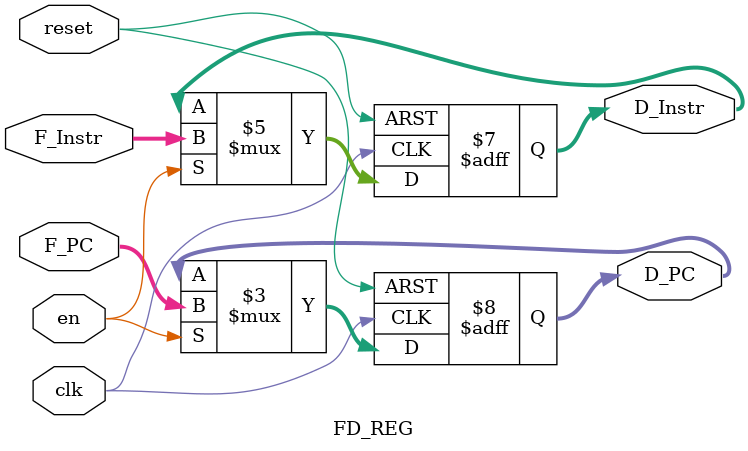
<source format=v>
`timescale 1ns / 1ps
module FD_REG(
	input wire [31:0] F_Instr,
	input wire [31:0] F_PC,
	input wire clk,
	input wire reset,//Òì²½¸´Î»
	input wire en,//Ê¹ÄÜÐÅºÅ
	output reg [31:0] D_Instr,
	output reg [31:0] D_PC
    );
	 
	 initial begin
		D_Instr = 0;
		D_PC = 0;
	end
	
	always @(posedge clk or posedge reset) begin
        if (reset) begin
            D_Instr <= 0;
			D_PC <= 0;   // Òì²½¸´Î»£ºÇåÁã¼Ä´æÆ÷
        end else if (en) begin
		  D_Instr <= F_Instr;     // µ±Ê¹ÄÜÐÅºÅÎª¸ßÊ±¸üÐÂ¼Ä´æÆ÷
			D_PC <= F_PC;
        end
        // Èç¹û en ÎªµÍ£¬±£³Ö Öµ²»±ä
    end


endmodule
`default_nettype none
</source>
